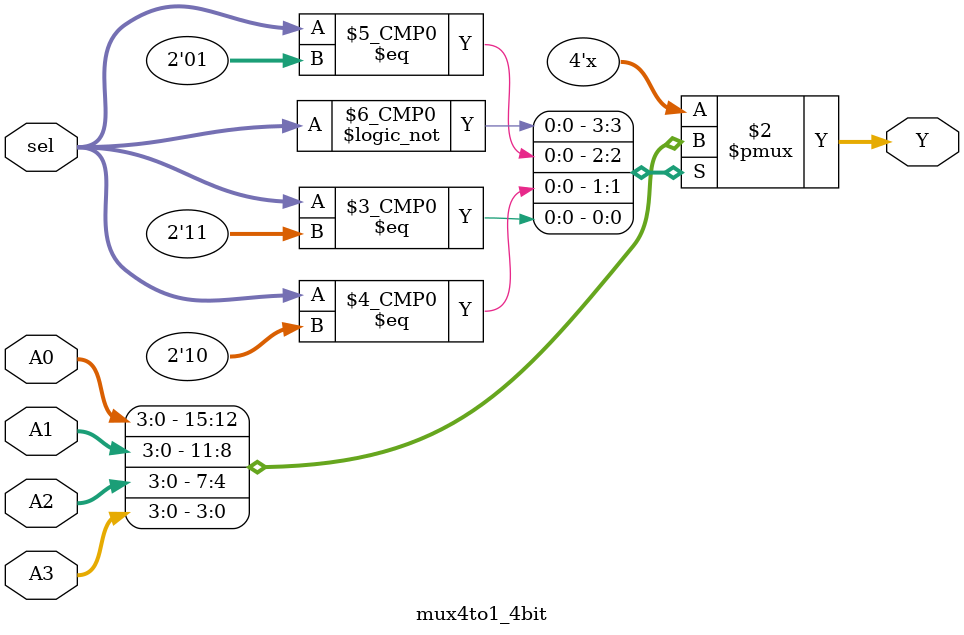
<source format=v>
`timescale 1ns / 1ps


module mux4to1_4bit(
input [3:0] A0,A1,A2,A3,
input [1:0] sel,
output reg [3:0] Y

    );
    
    always @(*) begin
     Y = 4'b0000;
    case(sel) 
    
    2'b00 : Y= A0;//add
    2'b01 : Y= A1;//sub
    2'b10 : Y= A2;//comp
    2'b11 : Y= A3;//reserved 
    default : Y = 4'b0000;
    
    endcase
    end
    
     
endmodule

</source>
